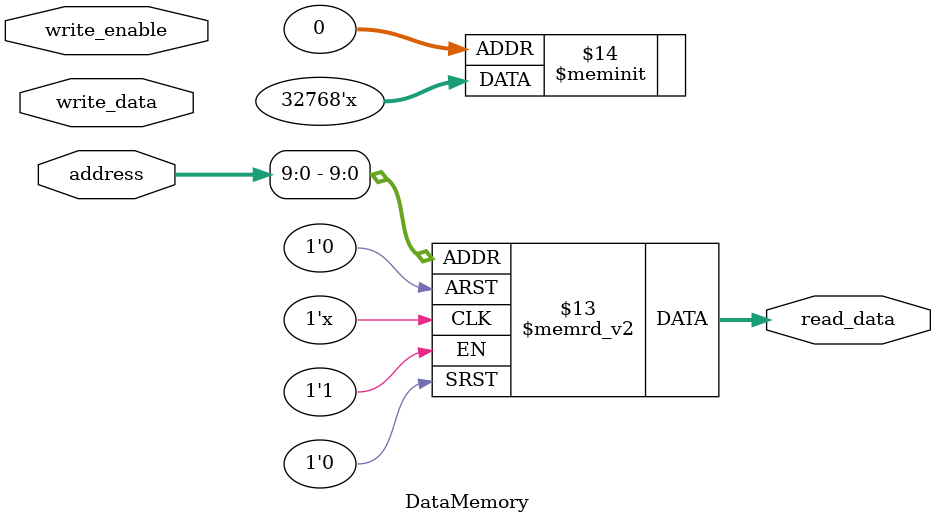
<source format=v>
module DataMemory (
  input [31:0] address,
  input [31:0] write_data,
  input write_enable,
  output reg [31:0] read_data
);
  reg [31:0] mem [0:1023]; // Data memory with 1024 locations, each 32 bits wide

  always @(address, write_data, write_enable) begin
    if (write_enable)
      mem[address] <= write_data; // Write data to the memory location specified by the address if write_enable is asserted
    read_data <= mem[address]; // Read data from the memory location specified by the address
  end
endmodule


</source>
